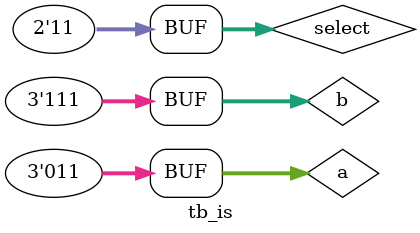
<source format=v>
module full_adder(
    input a,
    input b,
    input cin,
    output cout ,carry
);

assign cout = a^b^cin;
assign carry = (a&b)|(b&cin)|(a&cin);

endmodule

module three_mul(
    input [2:0] a,b,
    output [5:0]s
);

wire [6:0]w;

assign s[0] = a[0] & b[0];

full_adder a1 (.a(a[1]&b[0]),.b(a[0]&b[1]),.cin(1'b0),.cout(s[1]),.carry(w[0]));

full_adder a2 (.a(a[2]&b[0]),.b(a[1]&b[1]),.cin(w[0]),.cout(w[3]),.carry(w[1]));

full_adder a3 (.a(a[0]&b[2]),.b(w[3]),.cin(1'b0),.cout(s[2]),.carry(w[2]));

full_adder a4 (.a(w[1]),.b(a[2]&b[1]),.cin(w[2]),.cout(w[4]),.carry(w[5]));

full_adder a5 (.a(a[1]&b[2]),.b(w[4]),.cin(1'b0),.cout(s[3]),.carry(w[6]));

full_adder a6 (.a(a[2]&b[2]),.b(w[5]),.cin(w[6]),.cout(s[4]),.carry(s[5]));

endmodule

module three_alu(
    input [2:0]a,b,
    input [1:0]select,
    output [3:0] sum,invert_sum,
    output [2:0] sub,
    output [5:0] mul
);

wire [3:0]t_sum;
wire [3:0]t_invert_sum;
wire [2:0]t_sub;
wire [5:0]t_mul;

assign t_sum = a+b;
assign t_invert_sum = ~(a) + ~(b);
assign t_sub = a-b;
three_mul XX (.a(a),.b(b),.s(t_mul));

assign sum = (select == 2'b00) ? t_sum : 0;
assign invert_sum = (select == 2'b01) ? t_invert_sum : 0;
assign sub = (select == 2'b10) ? t_sub : 0;
assign mul = (select == 2'b11) ? t_mul : 0;

endmodule


module tb_is;

reg [2:0]a,b;
reg [1:0]select;
wire [3:0] sum,invert_sum;
wire [2:0] sub;
wire [5:0] mul;

three_alu rr (.a(a),.b(b),.select(select),.sum(sum),.invert_sum(invert_sum),.sub(sub),.mul(mul));

initial begin
    $monitor("Time = %t a = %b b = %b select = %b sum = %b invert = %b sub = %b mul = %b",$time,a,b,select,sum,invert_sum,sub,mul);

    a = 3'b011;
    b = 3'b111;
    select = 2'b00;
    #10
    a = 3'b011;
    b = 3'b111;
    select = 2'b01;
    #10
    a = 3'b011;
    b = 3'b111;
    select = 2'b10;
    #10
    a = 3'b011;
    b = 3'b111;
    select = 2'b11;

end

endmodule
</source>
